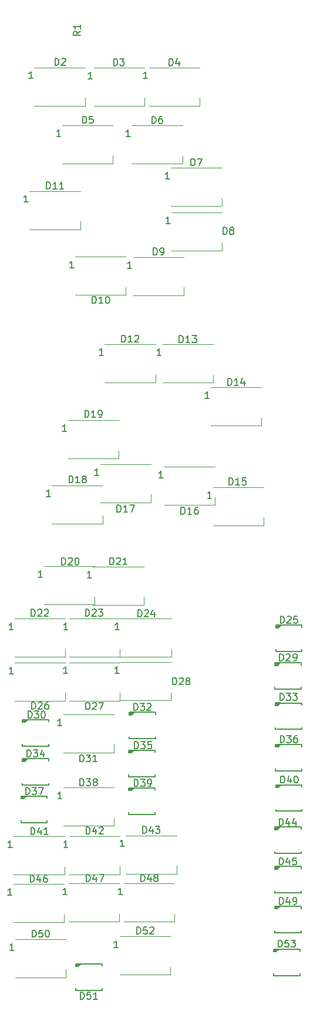
<source format=gbr>
%TF.GenerationSoftware,KiCad,Pcbnew,(5.1.6)-1*%
%TF.CreationDate,2020-11-25T11:49:15+11:00*%
%TF.ProjectId,SPIN RCV Panel PCB V1,5350494e-2052-4435-9620-50616e656c20,rev?*%
%TF.SameCoordinates,Original*%
%TF.FileFunction,Legend,Top*%
%TF.FilePolarity,Positive*%
%FSLAX46Y46*%
G04 Gerber Fmt 4.6, Leading zero omitted, Abs format (unit mm)*
G04 Created by KiCad (PCBNEW (5.1.6)-1) date 2020-11-25 11:49:15*
%MOMM*%
%LPD*%
G01*
G04 APERTURE LIST*
%ADD10C,0.127000*%
%ADD11C,0.120000*%
%ADD12C,0.150000*%
G04 APERTURE END LIST*
D10*
%TO.C,D45*%
X270058000Y-143002000D02*
X270058000Y-142702000D01*
X270058000Y-142702000D02*
X273858000Y-142702000D01*
X273858000Y-142702000D02*
X273858000Y-143002000D01*
X270058000Y-146202000D02*
X270058000Y-146502000D01*
X270058000Y-146502000D02*
X273858000Y-146502000D01*
X273858000Y-146502000D02*
X273858000Y-146202000D01*
G36*
X270053000Y-142697000D02*
G01*
X270053000Y-143078000D01*
X270434000Y-143078000D01*
X270815000Y-142697000D01*
X270053000Y-142697000D01*
G37*
X270053000Y-142697000D02*
X270053000Y-143078000D01*
X270434000Y-143078000D01*
X270815000Y-142697000D01*
X270053000Y-142697000D01*
%TO.C,D49*%
X270046000Y-148717000D02*
X270046000Y-148417000D01*
X270046000Y-148417000D02*
X273846000Y-148417000D01*
X273846000Y-148417000D02*
X273846000Y-148717000D01*
X270046000Y-151917000D02*
X270046000Y-152217000D01*
X270046000Y-152217000D02*
X273846000Y-152217000D01*
X273846000Y-152217000D02*
X273846000Y-151917000D01*
G36*
X270041000Y-148412000D02*
G01*
X270041000Y-148793000D01*
X270422000Y-148793000D01*
X270803000Y-148412000D01*
X270041000Y-148412000D01*
G37*
X270041000Y-148412000D02*
X270041000Y-148793000D01*
X270422000Y-148793000D01*
X270803000Y-148412000D01*
X270041000Y-148412000D01*
%TO.C,D53*%
X269908000Y-154875000D02*
X269908000Y-154575000D01*
X269908000Y-154575000D02*
X273708000Y-154575000D01*
X273708000Y-154575000D02*
X273708000Y-154875000D01*
X269908000Y-158075000D02*
X269908000Y-158375000D01*
X269908000Y-158375000D02*
X273708000Y-158375000D01*
X273708000Y-158375000D02*
X273708000Y-158075000D01*
G36*
X269903000Y-154570000D02*
G01*
X269903000Y-154951000D01*
X270284000Y-154951000D01*
X270665000Y-154570000D01*
X269903000Y-154570000D01*
G37*
X269903000Y-154570000D02*
X269903000Y-154951000D01*
X270284000Y-154951000D01*
X270665000Y-154570000D01*
X269903000Y-154570000D01*
%TO.C,D51*%
X241344000Y-156997000D02*
X241344000Y-156697000D01*
X241344000Y-156697000D02*
X245144000Y-156697000D01*
X245144000Y-156697000D02*
X245144000Y-156997000D01*
X241344000Y-160197000D02*
X241344000Y-160497000D01*
X241344000Y-160497000D02*
X245144000Y-160497000D01*
X245144000Y-160497000D02*
X245144000Y-160197000D01*
G36*
X241339000Y-156692000D02*
G01*
X241339000Y-157073000D01*
X241720000Y-157073000D01*
X242101000Y-156692000D01*
X241339000Y-156692000D01*
G37*
X241339000Y-156692000D02*
X241339000Y-157073000D01*
X241720000Y-157073000D01*
X242101000Y-156692000D01*
X241339000Y-156692000D01*
%TO.C,D44*%
X270072000Y-137312000D02*
X270072000Y-137012000D01*
X270072000Y-137012000D02*
X273872000Y-137012000D01*
X273872000Y-137012000D02*
X273872000Y-137312000D01*
X270072000Y-140512000D02*
X270072000Y-140812000D01*
X270072000Y-140812000D02*
X273872000Y-140812000D01*
X273872000Y-140812000D02*
X273872000Y-140512000D01*
G36*
X270067000Y-137007000D02*
G01*
X270067000Y-137388000D01*
X270448000Y-137388000D01*
X270829000Y-137007000D01*
X270067000Y-137007000D01*
G37*
X270067000Y-137007000D02*
X270067000Y-137388000D01*
X270448000Y-137388000D01*
X270829000Y-137007000D01*
X270067000Y-137007000D01*
%TO.C,D40*%
X270210000Y-131242000D02*
X270210000Y-130942000D01*
X270210000Y-130942000D02*
X274010000Y-130942000D01*
X274010000Y-130942000D02*
X274010000Y-131242000D01*
X270210000Y-134442000D02*
X270210000Y-134742000D01*
X270210000Y-134742000D02*
X274010000Y-134742000D01*
X274010000Y-134742000D02*
X274010000Y-134442000D01*
G36*
X270205000Y-130937000D02*
G01*
X270205000Y-131318000D01*
X270586000Y-131318000D01*
X270967000Y-130937000D01*
X270205000Y-130937000D01*
G37*
X270205000Y-130937000D02*
X270205000Y-131318000D01*
X270586000Y-131318000D01*
X270967000Y-130937000D01*
X270205000Y-130937000D01*
%TO.C,D39*%
X249004000Y-131685000D02*
X249004000Y-131385000D01*
X249004000Y-131385000D02*
X252804000Y-131385000D01*
X252804000Y-131385000D02*
X252804000Y-131685000D01*
X249004000Y-134885000D02*
X249004000Y-135185000D01*
X249004000Y-135185000D02*
X252804000Y-135185000D01*
X252804000Y-135185000D02*
X252804000Y-134885000D01*
G36*
X248999000Y-131380000D02*
G01*
X248999000Y-131761000D01*
X249380000Y-131761000D01*
X249761000Y-131380000D01*
X248999000Y-131380000D01*
G37*
X248999000Y-131380000D02*
X248999000Y-131761000D01*
X249380000Y-131761000D01*
X249761000Y-131380000D01*
X248999000Y-131380000D01*
%TO.C,D37*%
X233468000Y-132867000D02*
X233468000Y-132567000D01*
X233468000Y-132567000D02*
X237268000Y-132567000D01*
X237268000Y-132567000D02*
X237268000Y-132867000D01*
X233468000Y-136067000D02*
X233468000Y-136367000D01*
X233468000Y-136367000D02*
X237268000Y-136367000D01*
X237268000Y-136367000D02*
X237268000Y-136067000D01*
G36*
X233463000Y-132562000D02*
G01*
X233463000Y-132943000D01*
X233844000Y-132943000D01*
X234225000Y-132562000D01*
X233463000Y-132562000D01*
G37*
X233463000Y-132562000D02*
X233463000Y-132943000D01*
X233844000Y-132943000D01*
X234225000Y-132562000D01*
X233463000Y-132562000D01*
%TO.C,D36*%
X270187000Y-125437000D02*
X270187000Y-125137000D01*
X270187000Y-125137000D02*
X273987000Y-125137000D01*
X273987000Y-125137000D02*
X273987000Y-125437000D01*
X270187000Y-128637000D02*
X270187000Y-128937000D01*
X270187000Y-128937000D02*
X273987000Y-128937000D01*
X273987000Y-128937000D02*
X273987000Y-128637000D01*
G36*
X270182000Y-125132000D02*
G01*
X270182000Y-125513000D01*
X270563000Y-125513000D01*
X270944000Y-125132000D01*
X270182000Y-125132000D01*
G37*
X270182000Y-125132000D02*
X270182000Y-125513000D01*
X270563000Y-125513000D01*
X270944000Y-125132000D01*
X270182000Y-125132000D01*
%TO.C,D35*%
X249029000Y-126250000D02*
X249029000Y-125950000D01*
X249029000Y-125950000D02*
X252829000Y-125950000D01*
X252829000Y-125950000D02*
X252829000Y-126250000D01*
X249029000Y-129450000D02*
X249029000Y-129750000D01*
X249029000Y-129750000D02*
X252829000Y-129750000D01*
X252829000Y-129750000D02*
X252829000Y-129450000D01*
G36*
X249024000Y-125945000D02*
G01*
X249024000Y-126326000D01*
X249405000Y-126326000D01*
X249786000Y-125945000D01*
X249024000Y-125945000D01*
G37*
X249024000Y-125945000D02*
X249024000Y-126326000D01*
X249405000Y-126326000D01*
X249786000Y-125945000D01*
X249024000Y-125945000D01*
%TO.C,D34*%
X233673000Y-127483000D02*
X233673000Y-127183000D01*
X233673000Y-127183000D02*
X237473000Y-127183000D01*
X237473000Y-127183000D02*
X237473000Y-127483000D01*
X233673000Y-130683000D02*
X233673000Y-130983000D01*
X233673000Y-130983000D02*
X237473000Y-130983000D01*
X237473000Y-130983000D02*
X237473000Y-130683000D01*
G36*
X233668000Y-127178000D02*
G01*
X233668000Y-127559000D01*
X234049000Y-127559000D01*
X234430000Y-127178000D01*
X233668000Y-127178000D01*
G37*
X233668000Y-127178000D02*
X233668000Y-127559000D01*
X234049000Y-127559000D01*
X234430000Y-127178000D01*
X233668000Y-127178000D01*
%TO.C,D33*%
X270137000Y-119468000D02*
X270137000Y-119168000D01*
X270137000Y-119168000D02*
X273937000Y-119168000D01*
X273937000Y-119168000D02*
X273937000Y-119468000D01*
X270137000Y-122668000D02*
X270137000Y-122968000D01*
X270137000Y-122968000D02*
X273937000Y-122968000D01*
X273937000Y-122968000D02*
X273937000Y-122668000D01*
G36*
X270132000Y-119163000D02*
G01*
X270132000Y-119544000D01*
X270513000Y-119544000D01*
X270894000Y-119163000D01*
X270132000Y-119163000D01*
G37*
X270132000Y-119163000D02*
X270132000Y-119544000D01*
X270513000Y-119544000D01*
X270894000Y-119163000D01*
X270132000Y-119163000D01*
%TO.C,D32*%
X249055000Y-120814000D02*
X249055000Y-120514000D01*
X249055000Y-120514000D02*
X252855000Y-120514000D01*
X252855000Y-120514000D02*
X252855000Y-120814000D01*
X249055000Y-124014000D02*
X249055000Y-124314000D01*
X249055000Y-124314000D02*
X252855000Y-124314000D01*
X252855000Y-124314000D02*
X252855000Y-124014000D01*
G36*
X249050000Y-120509000D02*
G01*
X249050000Y-120890000D01*
X249431000Y-120890000D01*
X249812000Y-120509000D01*
X249050000Y-120509000D01*
G37*
X249050000Y-120509000D02*
X249050000Y-120890000D01*
X249431000Y-120890000D01*
X249812000Y-120509000D01*
X249050000Y-120509000D01*
%TO.C,D30*%
X233688000Y-121855000D02*
X233688000Y-121555000D01*
X233688000Y-121555000D02*
X237488000Y-121555000D01*
X237488000Y-121555000D02*
X237488000Y-121855000D01*
X233688000Y-125055000D02*
X233688000Y-125355000D01*
X233688000Y-125355000D02*
X237488000Y-125355000D01*
X237488000Y-125355000D02*
X237488000Y-125055000D01*
G36*
X233683000Y-121550000D02*
G01*
X233683000Y-121931000D01*
X234064000Y-121931000D01*
X234445000Y-121550000D01*
X233683000Y-121550000D01*
G37*
X233683000Y-121550000D02*
X233683000Y-121931000D01*
X234064000Y-121931000D01*
X234445000Y-121550000D01*
X233683000Y-121550000D01*
%TO.C,D29*%
X270106000Y-113677000D02*
X270106000Y-113377000D01*
X270106000Y-113377000D02*
X273906000Y-113377000D01*
X273906000Y-113377000D02*
X273906000Y-113677000D01*
X270106000Y-116877000D02*
X270106000Y-117177000D01*
X270106000Y-117177000D02*
X273906000Y-117177000D01*
X273906000Y-117177000D02*
X273906000Y-116877000D01*
G36*
X270101000Y-113372000D02*
G01*
X270101000Y-113753000D01*
X270482000Y-113753000D01*
X270863000Y-113372000D01*
X270101000Y-113372000D01*
G37*
X270101000Y-113372000D02*
X270101000Y-113753000D01*
X270482000Y-113753000D01*
X270863000Y-113372000D01*
X270101000Y-113372000D01*
%TO.C,D25*%
X270210000Y-108255000D02*
X270210000Y-107955000D01*
X270210000Y-107955000D02*
X274010000Y-107955000D01*
X274010000Y-107955000D02*
X274010000Y-108255000D01*
X270210000Y-111455000D02*
X270210000Y-111755000D01*
X270210000Y-111755000D02*
X274010000Y-111755000D01*
X274010000Y-111755000D02*
X274010000Y-111455000D01*
G36*
X270205000Y-107950000D02*
G01*
X270205000Y-108331000D01*
X270586000Y-108331000D01*
X270967000Y-107950000D01*
X270205000Y-107950000D01*
G37*
X270205000Y-107950000D02*
X270205000Y-108331000D01*
X270586000Y-108331000D01*
X270967000Y-107950000D01*
X270205000Y-107950000D01*
D11*
%TO.C,D52*%
X254997000Y-158274000D02*
X254997000Y-157124000D01*
X247697000Y-158274000D02*
X254997000Y-158274000D01*
X247697000Y-152774000D02*
X254997000Y-152774000D01*
%TO.C,D50*%
X239958000Y-158655000D02*
X239958000Y-157505000D01*
X232658000Y-158655000D02*
X239958000Y-158655000D01*
X232658000Y-153155000D02*
X239958000Y-153155000D01*
%TO.C,D48*%
X255632000Y-150654000D02*
X255632000Y-149504000D01*
X248332000Y-150654000D02*
X255632000Y-150654000D01*
X248332000Y-145154000D02*
X255632000Y-145154000D01*
%TO.C,D47*%
X247631000Y-150654000D02*
X247631000Y-149504000D01*
X240331000Y-150654000D02*
X247631000Y-150654000D01*
X240331000Y-145154000D02*
X247631000Y-145154000D01*
%TO.C,D46*%
X239678000Y-150731000D02*
X239678000Y-149581000D01*
X232378000Y-150731000D02*
X239678000Y-150731000D01*
X232378000Y-145231000D02*
X239678000Y-145231000D01*
%TO.C,D43*%
X255897000Y-143720000D02*
X255897000Y-142570000D01*
X248597000Y-143720000D02*
X255897000Y-143720000D01*
X248597000Y-138220000D02*
X255897000Y-138220000D01*
%TO.C,D42*%
X247730000Y-143821000D02*
X247730000Y-142671000D01*
X240430000Y-143821000D02*
X247730000Y-143821000D01*
X240430000Y-138321000D02*
X247730000Y-138321000D01*
%TO.C,D41*%
X239731000Y-143872000D02*
X239731000Y-142722000D01*
X232431000Y-143872000D02*
X239731000Y-143872000D01*
X232431000Y-138372000D02*
X239731000Y-138372000D01*
%TO.C,D38*%
X246894000Y-136837000D02*
X246894000Y-135687000D01*
X239594000Y-136837000D02*
X246894000Y-136837000D01*
X239594000Y-131337000D02*
X246894000Y-131337000D01*
%TO.C,D31*%
X246869000Y-126321000D02*
X246869000Y-125171000D01*
X239569000Y-126321000D02*
X246869000Y-126321000D01*
X239569000Y-120821000D02*
X246869000Y-120821000D01*
%TO.C,D28*%
X255124000Y-118803000D02*
X255124000Y-117653000D01*
X247824000Y-118803000D02*
X255124000Y-118803000D01*
X247824000Y-113303000D02*
X255124000Y-113303000D01*
%TO.C,D27*%
X247707000Y-118828000D02*
X247707000Y-117678000D01*
X240407000Y-118828000D02*
X247707000Y-118828000D01*
X240407000Y-113328000D02*
X247707000Y-113328000D01*
%TO.C,D26*%
X239884000Y-118853000D02*
X239884000Y-117703000D01*
X232584000Y-118853000D02*
X239884000Y-118853000D01*
X232584000Y-113353000D02*
X239884000Y-113353000D01*
%TO.C,D24*%
X255149000Y-112529000D02*
X255149000Y-111379000D01*
X247849000Y-112529000D02*
X255149000Y-112529000D01*
X247849000Y-107029000D02*
X255149000Y-107029000D01*
%TO.C,D23*%
X247744000Y-112529000D02*
X247744000Y-111379000D01*
X240444000Y-112529000D02*
X247744000Y-112529000D01*
X240444000Y-107029000D02*
X247744000Y-107029000D01*
%TO.C,D22*%
X239858000Y-112529000D02*
X239858000Y-111379000D01*
X232558000Y-112529000D02*
X239858000Y-112529000D01*
X232558000Y-107029000D02*
X239858000Y-107029000D01*
%TO.C,D21*%
X251161000Y-105061000D02*
X251161000Y-103911000D01*
X243861000Y-105061000D02*
X251161000Y-105061000D01*
X243861000Y-99561000D02*
X251161000Y-99561000D01*
%TO.C,D20*%
X244075000Y-105010000D02*
X244075000Y-103860000D01*
X236775000Y-105010000D02*
X244075000Y-105010000D01*
X236775000Y-99510000D02*
X244075000Y-99510000D01*
%TO.C,D19*%
X247552000Y-84004400D02*
X247552000Y-82854400D01*
X240252000Y-84004400D02*
X247552000Y-84004400D01*
X240252000Y-78504400D02*
X247552000Y-78504400D01*
%TO.C,D18*%
X245243000Y-93377000D02*
X245243000Y-92227000D01*
X237943000Y-93377000D02*
X245243000Y-93377000D01*
X237943000Y-87877000D02*
X245243000Y-87877000D01*
%TO.C,D17*%
X252203000Y-90329000D02*
X252203000Y-89179000D01*
X244903000Y-90329000D02*
X252203000Y-90329000D01*
X244903000Y-84829000D02*
X252203000Y-84829000D01*
%TO.C,D16*%
X261474000Y-90684600D02*
X261474000Y-89534600D01*
X254174000Y-90684600D02*
X261474000Y-90684600D01*
X254174000Y-85184600D02*
X261474000Y-85184600D01*
%TO.C,D15*%
X268484000Y-93605600D02*
X268484000Y-92455600D01*
X261184000Y-93605600D02*
X268484000Y-93605600D01*
X261184000Y-88105600D02*
X268484000Y-88105600D01*
%TO.C,D14*%
X268129000Y-79254600D02*
X268129000Y-78104600D01*
X260829000Y-79254600D02*
X268129000Y-79254600D01*
X260829000Y-73754600D02*
X268129000Y-73754600D01*
%TO.C,D13*%
X261194000Y-73082400D02*
X261194000Y-71932400D01*
X253894000Y-73082400D02*
X261194000Y-73082400D01*
X253894000Y-67582400D02*
X261194000Y-67582400D01*
%TO.C,D12*%
X252863000Y-73057000D02*
X252863000Y-71907000D01*
X245563000Y-73057000D02*
X252863000Y-73057000D01*
X245563000Y-67557000D02*
X252863000Y-67557000D01*
%TO.C,D11*%
X242017000Y-51009800D02*
X242017000Y-49859800D01*
X234717000Y-51009800D02*
X242017000Y-51009800D01*
X234717000Y-45509800D02*
X242017000Y-45509800D01*
%TO.C,D10*%
X248594000Y-60484000D02*
X248594000Y-59334000D01*
X241294000Y-60484000D02*
X248594000Y-60484000D01*
X241294000Y-54984000D02*
X248594000Y-54984000D01*
%TO.C,D9*%
X256953000Y-60509800D02*
X256953000Y-59359800D01*
X249653000Y-60509800D02*
X256953000Y-60509800D01*
X249653000Y-55009800D02*
X256953000Y-55009800D01*
%TO.C,D8*%
X262488000Y-54083600D02*
X262488000Y-52933600D01*
X255188000Y-54083600D02*
X262488000Y-54083600D01*
X255188000Y-48583600D02*
X262488000Y-48583600D01*
%TO.C,D7*%
X262425000Y-47682600D02*
X262425000Y-46532600D01*
X255125000Y-47682600D02*
X262425000Y-47682600D01*
X255125000Y-42182600D02*
X262425000Y-42182600D01*
%TO.C,D6*%
X256749000Y-41586800D02*
X256749000Y-40436800D01*
X249449000Y-41586800D02*
X256749000Y-41586800D01*
X249449000Y-36086800D02*
X256749000Y-36086800D01*
%TO.C,D5*%
X246716000Y-41535600D02*
X246716000Y-40385600D01*
X239416000Y-41535600D02*
X246716000Y-41535600D01*
X239416000Y-36035600D02*
X246716000Y-36035600D01*
%TO.C,D4*%
X259239000Y-33230200D02*
X259239000Y-32080200D01*
X251939000Y-33230200D02*
X259239000Y-33230200D01*
X251939000Y-27730200D02*
X259239000Y-27730200D01*
%TO.C,D3*%
X251261000Y-33255600D02*
X251261000Y-32105600D01*
X243961000Y-33255600D02*
X251261000Y-33255600D01*
X243961000Y-27755600D02*
X251261000Y-27755600D01*
%TO.C,D2*%
X242701000Y-33229800D02*
X242701000Y-32079800D01*
X235401000Y-33229800D02*
X242701000Y-33229800D01*
X235401000Y-27729800D02*
X242701000Y-27729800D01*
%TO.C,D45*%
D12*
X270743514Y-142438380D02*
X270743514Y-141438380D01*
X270981609Y-141438380D01*
X271124466Y-141486000D01*
X271219704Y-141581238D01*
X271267323Y-141676476D01*
X271314942Y-141866952D01*
X271314942Y-142009809D01*
X271267323Y-142200285D01*
X271219704Y-142295523D01*
X271124466Y-142390761D01*
X270981609Y-142438380D01*
X270743514Y-142438380D01*
X272172085Y-141771714D02*
X272172085Y-142438380D01*
X271933990Y-141390761D02*
X271695895Y-142105047D01*
X272314942Y-142105047D01*
X273172085Y-141438380D02*
X272695895Y-141438380D01*
X272648276Y-141914571D01*
X272695895Y-141866952D01*
X272791133Y-141819333D01*
X273029228Y-141819333D01*
X273124466Y-141866952D01*
X273172085Y-141914571D01*
X273219704Y-142009809D01*
X273219704Y-142247904D01*
X273172085Y-142343142D01*
X273124466Y-142390761D01*
X273029228Y-142438380D01*
X272791133Y-142438380D01*
X272695895Y-142390761D01*
X272648276Y-142343142D01*
%TO.C,D49*%
X270768914Y-148153380D02*
X270768914Y-147153380D01*
X271007009Y-147153380D01*
X271149866Y-147201000D01*
X271245104Y-147296238D01*
X271292723Y-147391476D01*
X271340342Y-147581952D01*
X271340342Y-147724809D01*
X271292723Y-147915285D01*
X271245104Y-148010523D01*
X271149866Y-148105761D01*
X271007009Y-148153380D01*
X270768914Y-148153380D01*
X272197485Y-147486714D02*
X272197485Y-148153380D01*
X271959390Y-147105761D02*
X271721295Y-147820047D01*
X272340342Y-147820047D01*
X272768914Y-148153380D02*
X272959390Y-148153380D01*
X273054628Y-148105761D01*
X273102247Y-148058142D01*
X273197485Y-147915285D01*
X273245104Y-147724809D01*
X273245104Y-147343857D01*
X273197485Y-147248619D01*
X273149866Y-147201000D01*
X273054628Y-147153380D01*
X272864152Y-147153380D01*
X272768914Y-147201000D01*
X272721295Y-147248619D01*
X272673676Y-147343857D01*
X272673676Y-147581952D01*
X272721295Y-147677190D01*
X272768914Y-147724809D01*
X272864152Y-147772428D01*
X273054628Y-147772428D01*
X273149866Y-147724809D01*
X273197485Y-147677190D01*
X273245104Y-147581952D01*
%TO.C,D53*%
X270565714Y-154300180D02*
X270565714Y-153300180D01*
X270803809Y-153300180D01*
X270946666Y-153347800D01*
X271041904Y-153443038D01*
X271089523Y-153538276D01*
X271137142Y-153728752D01*
X271137142Y-153871609D01*
X271089523Y-154062085D01*
X271041904Y-154157323D01*
X270946666Y-154252561D01*
X270803809Y-154300180D01*
X270565714Y-154300180D01*
X272041904Y-153300180D02*
X271565714Y-153300180D01*
X271518095Y-153776371D01*
X271565714Y-153728752D01*
X271660952Y-153681133D01*
X271899047Y-153681133D01*
X271994285Y-153728752D01*
X272041904Y-153776371D01*
X272089523Y-153871609D01*
X272089523Y-154109704D01*
X272041904Y-154204942D01*
X271994285Y-154252561D01*
X271899047Y-154300180D01*
X271660952Y-154300180D01*
X271565714Y-154252561D01*
X271518095Y-154204942D01*
X272422857Y-153300180D02*
X273041904Y-153300180D01*
X272708571Y-153681133D01*
X272851428Y-153681133D01*
X272946666Y-153728752D01*
X272994285Y-153776371D01*
X273041904Y-153871609D01*
X273041904Y-154109704D01*
X272994285Y-154204942D01*
X272946666Y-154252561D01*
X272851428Y-154300180D01*
X272565714Y-154300180D01*
X272470476Y-154252561D01*
X272422857Y-154204942D01*
%TO.C,D51*%
X242041514Y-161767780D02*
X242041514Y-160767780D01*
X242279609Y-160767780D01*
X242422466Y-160815400D01*
X242517704Y-160910638D01*
X242565323Y-161005876D01*
X242612942Y-161196352D01*
X242612942Y-161339209D01*
X242565323Y-161529685D01*
X242517704Y-161624923D01*
X242422466Y-161720161D01*
X242279609Y-161767780D01*
X242041514Y-161767780D01*
X243517704Y-160767780D02*
X243041514Y-160767780D01*
X242993895Y-161243971D01*
X243041514Y-161196352D01*
X243136752Y-161148733D01*
X243374847Y-161148733D01*
X243470085Y-161196352D01*
X243517704Y-161243971D01*
X243565323Y-161339209D01*
X243565323Y-161577304D01*
X243517704Y-161672542D01*
X243470085Y-161720161D01*
X243374847Y-161767780D01*
X243136752Y-161767780D01*
X243041514Y-161720161D01*
X242993895Y-161672542D01*
X244517704Y-161767780D02*
X243946276Y-161767780D01*
X244231990Y-161767780D02*
X244231990Y-160767780D01*
X244136752Y-160910638D01*
X244041514Y-161005876D01*
X243946276Y-161053495D01*
%TO.C,D44*%
X270718114Y-136798980D02*
X270718114Y-135798980D01*
X270956209Y-135798980D01*
X271099066Y-135846600D01*
X271194304Y-135941838D01*
X271241923Y-136037076D01*
X271289542Y-136227552D01*
X271289542Y-136370409D01*
X271241923Y-136560885D01*
X271194304Y-136656123D01*
X271099066Y-136751361D01*
X270956209Y-136798980D01*
X270718114Y-136798980D01*
X272146685Y-136132314D02*
X272146685Y-136798980D01*
X271908590Y-135751361D02*
X271670495Y-136465647D01*
X272289542Y-136465647D01*
X273099066Y-136132314D02*
X273099066Y-136798980D01*
X272860971Y-135751361D02*
X272622876Y-136465647D01*
X273241923Y-136465647D01*
%TO.C,D40*%
X270946714Y-130678180D02*
X270946714Y-129678180D01*
X271184809Y-129678180D01*
X271327666Y-129725800D01*
X271422904Y-129821038D01*
X271470523Y-129916276D01*
X271518142Y-130106752D01*
X271518142Y-130249609D01*
X271470523Y-130440085D01*
X271422904Y-130535323D01*
X271327666Y-130630561D01*
X271184809Y-130678180D01*
X270946714Y-130678180D01*
X272375285Y-130011514D02*
X272375285Y-130678180D01*
X272137190Y-129630561D02*
X271899095Y-130344847D01*
X272518142Y-130344847D01*
X273089571Y-129678180D02*
X273184809Y-129678180D01*
X273280047Y-129725800D01*
X273327666Y-129773419D01*
X273375285Y-129868657D01*
X273422904Y-130059133D01*
X273422904Y-130297228D01*
X273375285Y-130487704D01*
X273327666Y-130582942D01*
X273280047Y-130630561D01*
X273184809Y-130678180D01*
X273089571Y-130678180D01*
X272994333Y-130630561D01*
X272946714Y-130582942D01*
X272899095Y-130487704D01*
X272851476Y-130297228D01*
X272851476Y-130059133D01*
X272899095Y-129868657D01*
X272946714Y-129773419D01*
X272994333Y-129725800D01*
X273089571Y-129678180D01*
%TO.C,D39*%
X249816714Y-131171980D02*
X249816714Y-130171980D01*
X250054809Y-130171980D01*
X250197666Y-130219600D01*
X250292904Y-130314838D01*
X250340523Y-130410076D01*
X250388142Y-130600552D01*
X250388142Y-130743409D01*
X250340523Y-130933885D01*
X250292904Y-131029123D01*
X250197666Y-131124361D01*
X250054809Y-131171980D01*
X249816714Y-131171980D01*
X250721476Y-130171980D02*
X251340523Y-130171980D01*
X251007190Y-130552933D01*
X251150047Y-130552933D01*
X251245285Y-130600552D01*
X251292904Y-130648171D01*
X251340523Y-130743409D01*
X251340523Y-130981504D01*
X251292904Y-131076742D01*
X251245285Y-131124361D01*
X251150047Y-131171980D01*
X250864333Y-131171980D01*
X250769095Y-131124361D01*
X250721476Y-131076742D01*
X251816714Y-131171980D02*
X252007190Y-131171980D01*
X252102428Y-131124361D01*
X252150047Y-131076742D01*
X252245285Y-130933885D01*
X252292904Y-130743409D01*
X252292904Y-130362457D01*
X252245285Y-130267219D01*
X252197666Y-130219600D01*
X252102428Y-130171980D01*
X251911952Y-130171980D01*
X251816714Y-130219600D01*
X251769095Y-130267219D01*
X251721476Y-130362457D01*
X251721476Y-130600552D01*
X251769095Y-130695790D01*
X251816714Y-130743409D01*
X251911952Y-130791028D01*
X252102428Y-130791028D01*
X252197666Y-130743409D01*
X252245285Y-130695790D01*
X252292904Y-130600552D01*
%TO.C,D37*%
X234167514Y-132329180D02*
X234167514Y-131329180D01*
X234405609Y-131329180D01*
X234548466Y-131376800D01*
X234643704Y-131472038D01*
X234691323Y-131567276D01*
X234738942Y-131757752D01*
X234738942Y-131900609D01*
X234691323Y-132091085D01*
X234643704Y-132186323D01*
X234548466Y-132281561D01*
X234405609Y-132329180D01*
X234167514Y-132329180D01*
X235072276Y-131329180D02*
X235691323Y-131329180D01*
X235357990Y-131710133D01*
X235500847Y-131710133D01*
X235596085Y-131757752D01*
X235643704Y-131805371D01*
X235691323Y-131900609D01*
X235691323Y-132138704D01*
X235643704Y-132233942D01*
X235596085Y-132281561D01*
X235500847Y-132329180D01*
X235215133Y-132329180D01*
X235119895Y-132281561D01*
X235072276Y-132233942D01*
X236024657Y-131329180D02*
X236691323Y-131329180D01*
X236262752Y-132329180D01*
%TO.C,D36*%
X270895914Y-124861580D02*
X270895914Y-123861580D01*
X271134009Y-123861580D01*
X271276866Y-123909200D01*
X271372104Y-124004438D01*
X271419723Y-124099676D01*
X271467342Y-124290152D01*
X271467342Y-124433009D01*
X271419723Y-124623485D01*
X271372104Y-124718723D01*
X271276866Y-124813961D01*
X271134009Y-124861580D01*
X270895914Y-124861580D01*
X271800676Y-123861580D02*
X272419723Y-123861580D01*
X272086390Y-124242533D01*
X272229247Y-124242533D01*
X272324485Y-124290152D01*
X272372104Y-124337771D01*
X272419723Y-124433009D01*
X272419723Y-124671104D01*
X272372104Y-124766342D01*
X272324485Y-124813961D01*
X272229247Y-124861580D01*
X271943533Y-124861580D01*
X271848295Y-124813961D01*
X271800676Y-124766342D01*
X273276866Y-123861580D02*
X273086390Y-123861580D01*
X272991152Y-123909200D01*
X272943533Y-123956819D01*
X272848295Y-124099676D01*
X272800676Y-124290152D01*
X272800676Y-124671104D01*
X272848295Y-124766342D01*
X272895914Y-124813961D01*
X272991152Y-124861580D01*
X273181628Y-124861580D01*
X273276866Y-124813961D01*
X273324485Y-124766342D01*
X273372104Y-124671104D01*
X273372104Y-124433009D01*
X273324485Y-124337771D01*
X273276866Y-124290152D01*
X273181628Y-124242533D01*
X272991152Y-124242533D01*
X272895914Y-124290152D01*
X272848295Y-124337771D01*
X272800676Y-124433009D01*
%TO.C,D35*%
X249841714Y-125736980D02*
X249841714Y-124736980D01*
X250079809Y-124736980D01*
X250222666Y-124784600D01*
X250317904Y-124879838D01*
X250365523Y-124975076D01*
X250413142Y-125165552D01*
X250413142Y-125308409D01*
X250365523Y-125498885D01*
X250317904Y-125594123D01*
X250222666Y-125689361D01*
X250079809Y-125736980D01*
X249841714Y-125736980D01*
X250746476Y-124736980D02*
X251365523Y-124736980D01*
X251032190Y-125117933D01*
X251175047Y-125117933D01*
X251270285Y-125165552D01*
X251317904Y-125213171D01*
X251365523Y-125308409D01*
X251365523Y-125546504D01*
X251317904Y-125641742D01*
X251270285Y-125689361D01*
X251175047Y-125736980D01*
X250889333Y-125736980D01*
X250794095Y-125689361D01*
X250746476Y-125641742D01*
X252270285Y-124736980D02*
X251794095Y-124736980D01*
X251746476Y-125213171D01*
X251794095Y-125165552D01*
X251889333Y-125117933D01*
X252127428Y-125117933D01*
X252222666Y-125165552D01*
X252270285Y-125213171D01*
X252317904Y-125308409D01*
X252317904Y-125546504D01*
X252270285Y-125641742D01*
X252222666Y-125689361D01*
X252127428Y-125736980D01*
X251889333Y-125736980D01*
X251794095Y-125689361D01*
X251746476Y-125641742D01*
%TO.C,D34*%
X234370714Y-126918980D02*
X234370714Y-125918980D01*
X234608809Y-125918980D01*
X234751666Y-125966600D01*
X234846904Y-126061838D01*
X234894523Y-126157076D01*
X234942142Y-126347552D01*
X234942142Y-126490409D01*
X234894523Y-126680885D01*
X234846904Y-126776123D01*
X234751666Y-126871361D01*
X234608809Y-126918980D01*
X234370714Y-126918980D01*
X235275476Y-125918980D02*
X235894523Y-125918980D01*
X235561190Y-126299933D01*
X235704047Y-126299933D01*
X235799285Y-126347552D01*
X235846904Y-126395171D01*
X235894523Y-126490409D01*
X235894523Y-126728504D01*
X235846904Y-126823742D01*
X235799285Y-126871361D01*
X235704047Y-126918980D01*
X235418333Y-126918980D01*
X235323095Y-126871361D01*
X235275476Y-126823742D01*
X236751666Y-126252314D02*
X236751666Y-126918980D01*
X236513571Y-125871361D02*
X236275476Y-126585647D01*
X236894523Y-126585647D01*
%TO.C,D33*%
X270819714Y-118765580D02*
X270819714Y-117765580D01*
X271057809Y-117765580D01*
X271200666Y-117813200D01*
X271295904Y-117908438D01*
X271343523Y-118003676D01*
X271391142Y-118194152D01*
X271391142Y-118337009D01*
X271343523Y-118527485D01*
X271295904Y-118622723D01*
X271200666Y-118717961D01*
X271057809Y-118765580D01*
X270819714Y-118765580D01*
X271724476Y-117765580D02*
X272343523Y-117765580D01*
X272010190Y-118146533D01*
X272153047Y-118146533D01*
X272248285Y-118194152D01*
X272295904Y-118241771D01*
X272343523Y-118337009D01*
X272343523Y-118575104D01*
X272295904Y-118670342D01*
X272248285Y-118717961D01*
X272153047Y-118765580D01*
X271867333Y-118765580D01*
X271772095Y-118717961D01*
X271724476Y-118670342D01*
X272676857Y-117765580D02*
X273295904Y-117765580D01*
X272962571Y-118146533D01*
X273105428Y-118146533D01*
X273200666Y-118194152D01*
X273248285Y-118241771D01*
X273295904Y-118337009D01*
X273295904Y-118575104D01*
X273248285Y-118670342D01*
X273200666Y-118717961D01*
X273105428Y-118765580D01*
X272819714Y-118765580D01*
X272724476Y-118717961D01*
X272676857Y-118670342D01*
%TO.C,D32*%
X249763114Y-120213380D02*
X249763114Y-119213380D01*
X250001209Y-119213380D01*
X250144066Y-119261000D01*
X250239304Y-119356238D01*
X250286923Y-119451476D01*
X250334542Y-119641952D01*
X250334542Y-119784809D01*
X250286923Y-119975285D01*
X250239304Y-120070523D01*
X250144066Y-120165761D01*
X250001209Y-120213380D01*
X249763114Y-120213380D01*
X250667876Y-119213380D02*
X251286923Y-119213380D01*
X250953590Y-119594333D01*
X251096447Y-119594333D01*
X251191685Y-119641952D01*
X251239304Y-119689571D01*
X251286923Y-119784809D01*
X251286923Y-120022904D01*
X251239304Y-120118142D01*
X251191685Y-120165761D01*
X251096447Y-120213380D01*
X250810733Y-120213380D01*
X250715495Y-120165761D01*
X250667876Y-120118142D01*
X251667876Y-119308619D02*
X251715495Y-119261000D01*
X251810733Y-119213380D01*
X252048828Y-119213380D01*
X252144066Y-119261000D01*
X252191685Y-119308619D01*
X252239304Y-119403857D01*
X252239304Y-119499095D01*
X252191685Y-119641952D01*
X251620257Y-120213380D01*
X252239304Y-120213380D01*
%TO.C,D30*%
X234500714Y-121341980D02*
X234500714Y-120341980D01*
X234738809Y-120341980D01*
X234881666Y-120389600D01*
X234976904Y-120484838D01*
X235024523Y-120580076D01*
X235072142Y-120770552D01*
X235072142Y-120913409D01*
X235024523Y-121103885D01*
X234976904Y-121199123D01*
X234881666Y-121294361D01*
X234738809Y-121341980D01*
X234500714Y-121341980D01*
X235405476Y-120341980D02*
X236024523Y-120341980D01*
X235691190Y-120722933D01*
X235834047Y-120722933D01*
X235929285Y-120770552D01*
X235976904Y-120818171D01*
X236024523Y-120913409D01*
X236024523Y-121151504D01*
X235976904Y-121246742D01*
X235929285Y-121294361D01*
X235834047Y-121341980D01*
X235548333Y-121341980D01*
X235453095Y-121294361D01*
X235405476Y-121246742D01*
X236643571Y-120341980D02*
X236738809Y-120341980D01*
X236834047Y-120389600D01*
X236881666Y-120437219D01*
X236929285Y-120532457D01*
X236976904Y-120722933D01*
X236976904Y-120961028D01*
X236929285Y-121151504D01*
X236881666Y-121246742D01*
X236834047Y-121294361D01*
X236738809Y-121341980D01*
X236643571Y-121341980D01*
X236548333Y-121294361D01*
X236500714Y-121246742D01*
X236453095Y-121151504D01*
X236405476Y-120961028D01*
X236405476Y-120722933D01*
X236453095Y-120532457D01*
X236500714Y-120437219D01*
X236548333Y-120389600D01*
X236643571Y-120341980D01*
%TO.C,D29*%
X270794314Y-113101380D02*
X270794314Y-112101380D01*
X271032409Y-112101380D01*
X271175266Y-112149000D01*
X271270504Y-112244238D01*
X271318123Y-112339476D01*
X271365742Y-112529952D01*
X271365742Y-112672809D01*
X271318123Y-112863285D01*
X271270504Y-112958523D01*
X271175266Y-113053761D01*
X271032409Y-113101380D01*
X270794314Y-113101380D01*
X271746695Y-112196619D02*
X271794314Y-112149000D01*
X271889552Y-112101380D01*
X272127647Y-112101380D01*
X272222885Y-112149000D01*
X272270504Y-112196619D01*
X272318123Y-112291857D01*
X272318123Y-112387095D01*
X272270504Y-112529952D01*
X271699076Y-113101380D01*
X272318123Y-113101380D01*
X272794314Y-113101380D02*
X272984790Y-113101380D01*
X273080028Y-113053761D01*
X273127647Y-113006142D01*
X273222885Y-112863285D01*
X273270504Y-112672809D01*
X273270504Y-112291857D01*
X273222885Y-112196619D01*
X273175266Y-112149000D01*
X273080028Y-112101380D01*
X272889552Y-112101380D01*
X272794314Y-112149000D01*
X272746695Y-112196619D01*
X272699076Y-112291857D01*
X272699076Y-112529952D01*
X272746695Y-112625190D01*
X272794314Y-112672809D01*
X272889552Y-112720428D01*
X273080028Y-112720428D01*
X273175266Y-112672809D01*
X273222885Y-112625190D01*
X273270504Y-112529952D01*
%TO.C,D25*%
X270895914Y-107691180D02*
X270895914Y-106691180D01*
X271134009Y-106691180D01*
X271276866Y-106738800D01*
X271372104Y-106834038D01*
X271419723Y-106929276D01*
X271467342Y-107119752D01*
X271467342Y-107262609D01*
X271419723Y-107453085D01*
X271372104Y-107548323D01*
X271276866Y-107643561D01*
X271134009Y-107691180D01*
X270895914Y-107691180D01*
X271848295Y-106786419D02*
X271895914Y-106738800D01*
X271991152Y-106691180D01*
X272229247Y-106691180D01*
X272324485Y-106738800D01*
X272372104Y-106786419D01*
X272419723Y-106881657D01*
X272419723Y-106976895D01*
X272372104Y-107119752D01*
X271800676Y-107691180D01*
X272419723Y-107691180D01*
X273324485Y-106691180D02*
X272848295Y-106691180D01*
X272800676Y-107167371D01*
X272848295Y-107119752D01*
X272943533Y-107072133D01*
X273181628Y-107072133D01*
X273276866Y-107119752D01*
X273324485Y-107167371D01*
X273372104Y-107262609D01*
X273372104Y-107500704D01*
X273324485Y-107595942D01*
X273276866Y-107643561D01*
X273181628Y-107691180D01*
X272943533Y-107691180D01*
X272848295Y-107643561D01*
X272800676Y-107595942D01*
%TO.C,D52*%
X250169714Y-152395180D02*
X250169714Y-151395180D01*
X250407809Y-151395180D01*
X250550666Y-151442800D01*
X250645904Y-151538038D01*
X250693523Y-151633276D01*
X250741142Y-151823752D01*
X250741142Y-151966609D01*
X250693523Y-152157085D01*
X250645904Y-152252323D01*
X250550666Y-152347561D01*
X250407809Y-152395180D01*
X250169714Y-152395180D01*
X251645904Y-151395180D02*
X251169714Y-151395180D01*
X251122095Y-151871371D01*
X251169714Y-151823752D01*
X251264952Y-151776133D01*
X251503047Y-151776133D01*
X251598285Y-151823752D01*
X251645904Y-151871371D01*
X251693523Y-151966609D01*
X251693523Y-152204704D01*
X251645904Y-152299942D01*
X251598285Y-152347561D01*
X251503047Y-152395180D01*
X251264952Y-152395180D01*
X251169714Y-152347561D01*
X251122095Y-152299942D01*
X252074476Y-151490419D02*
X252122095Y-151442800D01*
X252217333Y-151395180D01*
X252455428Y-151395180D01*
X252550666Y-151442800D01*
X252598285Y-151490419D01*
X252645904Y-151585657D01*
X252645904Y-151680895D01*
X252598285Y-151823752D01*
X252026857Y-152395180D01*
X252645904Y-152395180D01*
X247482714Y-154376380D02*
X246911285Y-154376380D01*
X247197000Y-154376380D02*
X247197000Y-153376380D01*
X247101761Y-153519238D01*
X247006523Y-153614476D01*
X246911285Y-153662095D01*
%TO.C,D50*%
X235093714Y-152857380D02*
X235093714Y-151857380D01*
X235331809Y-151857380D01*
X235474666Y-151905000D01*
X235569904Y-152000238D01*
X235617523Y-152095476D01*
X235665142Y-152285952D01*
X235665142Y-152428809D01*
X235617523Y-152619285D01*
X235569904Y-152714523D01*
X235474666Y-152809761D01*
X235331809Y-152857380D01*
X235093714Y-152857380D01*
X236569904Y-151857380D02*
X236093714Y-151857380D01*
X236046095Y-152333571D01*
X236093714Y-152285952D01*
X236188952Y-152238333D01*
X236427047Y-152238333D01*
X236522285Y-152285952D01*
X236569904Y-152333571D01*
X236617523Y-152428809D01*
X236617523Y-152666904D01*
X236569904Y-152762142D01*
X236522285Y-152809761D01*
X236427047Y-152857380D01*
X236188952Y-152857380D01*
X236093714Y-152809761D01*
X236046095Y-152762142D01*
X237236571Y-151857380D02*
X237331809Y-151857380D01*
X237427047Y-151905000D01*
X237474666Y-151952619D01*
X237522285Y-152047857D01*
X237569904Y-152238333D01*
X237569904Y-152476428D01*
X237522285Y-152666904D01*
X237474666Y-152762142D01*
X237427047Y-152809761D01*
X237331809Y-152857380D01*
X237236571Y-152857380D01*
X237141333Y-152809761D01*
X237093714Y-152762142D01*
X237046095Y-152666904D01*
X236998476Y-152476428D01*
X236998476Y-152238333D01*
X237046095Y-152047857D01*
X237093714Y-151952619D01*
X237141333Y-151905000D01*
X237236571Y-151857380D01*
X232443714Y-154757380D02*
X231872285Y-154757380D01*
X232158000Y-154757380D02*
X232158000Y-153757380D01*
X232062761Y-153900238D01*
X231967523Y-153995476D01*
X231872285Y-154043095D01*
%TO.C,D48*%
X250767714Y-144856380D02*
X250767714Y-143856380D01*
X251005809Y-143856380D01*
X251148666Y-143904000D01*
X251243904Y-143999238D01*
X251291523Y-144094476D01*
X251339142Y-144284952D01*
X251339142Y-144427809D01*
X251291523Y-144618285D01*
X251243904Y-144713523D01*
X251148666Y-144808761D01*
X251005809Y-144856380D01*
X250767714Y-144856380D01*
X252196285Y-144189714D02*
X252196285Y-144856380D01*
X251958190Y-143808761D02*
X251720095Y-144523047D01*
X252339142Y-144523047D01*
X252862952Y-144284952D02*
X252767714Y-144237333D01*
X252720095Y-144189714D01*
X252672476Y-144094476D01*
X252672476Y-144046857D01*
X252720095Y-143951619D01*
X252767714Y-143904000D01*
X252862952Y-143856380D01*
X253053428Y-143856380D01*
X253148666Y-143904000D01*
X253196285Y-143951619D01*
X253243904Y-144046857D01*
X253243904Y-144094476D01*
X253196285Y-144189714D01*
X253148666Y-144237333D01*
X253053428Y-144284952D01*
X252862952Y-144284952D01*
X252767714Y-144332571D01*
X252720095Y-144380190D01*
X252672476Y-144475428D01*
X252672476Y-144665904D01*
X252720095Y-144761142D01*
X252767714Y-144808761D01*
X252862952Y-144856380D01*
X253053428Y-144856380D01*
X253148666Y-144808761D01*
X253196285Y-144761142D01*
X253243904Y-144665904D01*
X253243904Y-144475428D01*
X253196285Y-144380190D01*
X253148666Y-144332571D01*
X253053428Y-144284952D01*
X248117714Y-146756380D02*
X247546285Y-146756380D01*
X247832000Y-146756380D02*
X247832000Y-145756380D01*
X247736761Y-145899238D01*
X247641523Y-145994476D01*
X247546285Y-146042095D01*
%TO.C,D47*%
X242879914Y-144876780D02*
X242879914Y-143876780D01*
X243118009Y-143876780D01*
X243260866Y-143924400D01*
X243356104Y-144019638D01*
X243403723Y-144114876D01*
X243451342Y-144305352D01*
X243451342Y-144448209D01*
X243403723Y-144638685D01*
X243356104Y-144733923D01*
X243260866Y-144829161D01*
X243118009Y-144876780D01*
X242879914Y-144876780D01*
X244308485Y-144210114D02*
X244308485Y-144876780D01*
X244070390Y-143829161D02*
X243832295Y-144543447D01*
X244451342Y-144543447D01*
X244737057Y-143876780D02*
X245403723Y-143876780D01*
X244975152Y-144876780D01*
X240116714Y-146756380D02*
X239545285Y-146756380D01*
X239831000Y-146756380D02*
X239831000Y-145756380D01*
X239735761Y-145899238D01*
X239640523Y-145994476D01*
X239545285Y-146042095D01*
%TO.C,D46*%
X234813714Y-144933380D02*
X234813714Y-143933380D01*
X235051809Y-143933380D01*
X235194666Y-143981000D01*
X235289904Y-144076238D01*
X235337523Y-144171476D01*
X235385142Y-144361952D01*
X235385142Y-144504809D01*
X235337523Y-144695285D01*
X235289904Y-144790523D01*
X235194666Y-144885761D01*
X235051809Y-144933380D01*
X234813714Y-144933380D01*
X236242285Y-144266714D02*
X236242285Y-144933380D01*
X236004190Y-143885761D02*
X235766095Y-144600047D01*
X236385142Y-144600047D01*
X237194666Y-143933380D02*
X237004190Y-143933380D01*
X236908952Y-143981000D01*
X236861333Y-144028619D01*
X236766095Y-144171476D01*
X236718476Y-144361952D01*
X236718476Y-144742904D01*
X236766095Y-144838142D01*
X236813714Y-144885761D01*
X236908952Y-144933380D01*
X237099428Y-144933380D01*
X237194666Y-144885761D01*
X237242285Y-144838142D01*
X237289904Y-144742904D01*
X237289904Y-144504809D01*
X237242285Y-144409571D01*
X237194666Y-144361952D01*
X237099428Y-144314333D01*
X236908952Y-144314333D01*
X236813714Y-144361952D01*
X236766095Y-144409571D01*
X236718476Y-144504809D01*
X232163714Y-146833380D02*
X231592285Y-146833380D01*
X231878000Y-146833380D02*
X231878000Y-145833380D01*
X231782761Y-145976238D01*
X231687523Y-146071476D01*
X231592285Y-146119095D01*
%TO.C,D43*%
X251032714Y-137922380D02*
X251032714Y-136922380D01*
X251270809Y-136922380D01*
X251413666Y-136970000D01*
X251508904Y-137065238D01*
X251556523Y-137160476D01*
X251604142Y-137350952D01*
X251604142Y-137493809D01*
X251556523Y-137684285D01*
X251508904Y-137779523D01*
X251413666Y-137874761D01*
X251270809Y-137922380D01*
X251032714Y-137922380D01*
X252461285Y-137255714D02*
X252461285Y-137922380D01*
X252223190Y-136874761D02*
X251985095Y-137589047D01*
X252604142Y-137589047D01*
X252889857Y-136922380D02*
X253508904Y-136922380D01*
X253175571Y-137303333D01*
X253318428Y-137303333D01*
X253413666Y-137350952D01*
X253461285Y-137398571D01*
X253508904Y-137493809D01*
X253508904Y-137731904D01*
X253461285Y-137827142D01*
X253413666Y-137874761D01*
X253318428Y-137922380D01*
X253032714Y-137922380D01*
X252937476Y-137874761D01*
X252889857Y-137827142D01*
X248382714Y-139822380D02*
X247811285Y-139822380D01*
X248097000Y-139822380D02*
X248097000Y-138822380D01*
X248001761Y-138965238D01*
X247906523Y-139060476D01*
X247811285Y-139108095D01*
%TO.C,D42*%
X242865714Y-138023380D02*
X242865714Y-137023380D01*
X243103809Y-137023380D01*
X243246666Y-137071000D01*
X243341904Y-137166238D01*
X243389523Y-137261476D01*
X243437142Y-137451952D01*
X243437142Y-137594809D01*
X243389523Y-137785285D01*
X243341904Y-137880523D01*
X243246666Y-137975761D01*
X243103809Y-138023380D01*
X242865714Y-138023380D01*
X244294285Y-137356714D02*
X244294285Y-138023380D01*
X244056190Y-136975761D02*
X243818095Y-137690047D01*
X244437142Y-137690047D01*
X244770476Y-137118619D02*
X244818095Y-137071000D01*
X244913333Y-137023380D01*
X245151428Y-137023380D01*
X245246666Y-137071000D01*
X245294285Y-137118619D01*
X245341904Y-137213857D01*
X245341904Y-137309095D01*
X245294285Y-137451952D01*
X244722857Y-138023380D01*
X245341904Y-138023380D01*
X240215714Y-139923380D02*
X239644285Y-139923380D01*
X239930000Y-139923380D02*
X239930000Y-138923380D01*
X239834761Y-139066238D01*
X239739523Y-139161476D01*
X239644285Y-139209095D01*
%TO.C,D41*%
X234917514Y-138094580D02*
X234917514Y-137094580D01*
X235155609Y-137094580D01*
X235298466Y-137142200D01*
X235393704Y-137237438D01*
X235441323Y-137332676D01*
X235488942Y-137523152D01*
X235488942Y-137666009D01*
X235441323Y-137856485D01*
X235393704Y-137951723D01*
X235298466Y-138046961D01*
X235155609Y-138094580D01*
X234917514Y-138094580D01*
X236346085Y-137427914D02*
X236346085Y-138094580D01*
X236107990Y-137046961D02*
X235869895Y-137761247D01*
X236488942Y-137761247D01*
X237393704Y-138094580D02*
X236822276Y-138094580D01*
X237107990Y-138094580D02*
X237107990Y-137094580D01*
X237012752Y-137237438D01*
X236917514Y-137332676D01*
X236822276Y-137380295D01*
X232216714Y-139974380D02*
X231645285Y-139974380D01*
X231931000Y-139974380D02*
X231931000Y-138974380D01*
X231835761Y-139117238D01*
X231740523Y-139212476D01*
X231645285Y-139260095D01*
%TO.C,D38*%
X241990514Y-131085180D02*
X241990514Y-130085180D01*
X242228609Y-130085180D01*
X242371466Y-130132800D01*
X242466704Y-130228038D01*
X242514323Y-130323276D01*
X242561942Y-130513752D01*
X242561942Y-130656609D01*
X242514323Y-130847085D01*
X242466704Y-130942323D01*
X242371466Y-131037561D01*
X242228609Y-131085180D01*
X241990514Y-131085180D01*
X242895276Y-130085180D02*
X243514323Y-130085180D01*
X243180990Y-130466133D01*
X243323847Y-130466133D01*
X243419085Y-130513752D01*
X243466704Y-130561371D01*
X243514323Y-130656609D01*
X243514323Y-130894704D01*
X243466704Y-130989942D01*
X243419085Y-131037561D01*
X243323847Y-131085180D01*
X243038133Y-131085180D01*
X242942895Y-131037561D01*
X242895276Y-130989942D01*
X244085752Y-130513752D02*
X243990514Y-130466133D01*
X243942895Y-130418514D01*
X243895276Y-130323276D01*
X243895276Y-130275657D01*
X243942895Y-130180419D01*
X243990514Y-130132800D01*
X244085752Y-130085180D01*
X244276228Y-130085180D01*
X244371466Y-130132800D01*
X244419085Y-130180419D01*
X244466704Y-130275657D01*
X244466704Y-130323276D01*
X244419085Y-130418514D01*
X244371466Y-130466133D01*
X244276228Y-130513752D01*
X244085752Y-130513752D01*
X243990514Y-130561371D01*
X243942895Y-130608990D01*
X243895276Y-130704228D01*
X243895276Y-130894704D01*
X243942895Y-130989942D01*
X243990514Y-131037561D01*
X244085752Y-131085180D01*
X244276228Y-131085180D01*
X244371466Y-131037561D01*
X244419085Y-130989942D01*
X244466704Y-130894704D01*
X244466704Y-130704228D01*
X244419085Y-130608990D01*
X244371466Y-130561371D01*
X244276228Y-130513752D01*
X239379714Y-132939380D02*
X238808285Y-132939380D01*
X239094000Y-132939380D02*
X239094000Y-131939380D01*
X238998761Y-132082238D01*
X238903523Y-132177476D01*
X238808285Y-132225095D01*
%TO.C,R1*%
X242032380Y-22528866D02*
X241556190Y-22862200D01*
X242032380Y-23100295D02*
X241032380Y-23100295D01*
X241032380Y-22719342D01*
X241080000Y-22624104D01*
X241127619Y-22576485D01*
X241222857Y-22528866D01*
X241365714Y-22528866D01*
X241460952Y-22576485D01*
X241508571Y-22624104D01*
X241556190Y-22719342D01*
X241556190Y-23100295D01*
X242032380Y-21576485D02*
X242032380Y-22147914D01*
X242032380Y-21862200D02*
X241032380Y-21862200D01*
X241175238Y-21957438D01*
X241270476Y-22052676D01*
X241318095Y-22147914D01*
%TO.C,D31*%
X241965514Y-127630380D02*
X241965514Y-126630380D01*
X242203609Y-126630380D01*
X242346466Y-126678000D01*
X242441704Y-126773238D01*
X242489323Y-126868476D01*
X242536942Y-127058952D01*
X242536942Y-127201809D01*
X242489323Y-127392285D01*
X242441704Y-127487523D01*
X242346466Y-127582761D01*
X242203609Y-127630380D01*
X241965514Y-127630380D01*
X242870276Y-126630380D02*
X243489323Y-126630380D01*
X243155990Y-127011333D01*
X243298847Y-127011333D01*
X243394085Y-127058952D01*
X243441704Y-127106571D01*
X243489323Y-127201809D01*
X243489323Y-127439904D01*
X243441704Y-127535142D01*
X243394085Y-127582761D01*
X243298847Y-127630380D01*
X243013133Y-127630380D01*
X242917895Y-127582761D01*
X242870276Y-127535142D01*
X244441704Y-127630380D02*
X243870276Y-127630380D01*
X244155990Y-127630380D02*
X244155990Y-126630380D01*
X244060752Y-126773238D01*
X243965514Y-126868476D01*
X243870276Y-126916095D01*
X239354714Y-122423380D02*
X238783285Y-122423380D01*
X239069000Y-122423380D02*
X239069000Y-121423380D01*
X238973761Y-121566238D01*
X238878523Y-121661476D01*
X238783285Y-121709095D01*
%TO.C,D28*%
X255351314Y-116530580D02*
X255351314Y-115530580D01*
X255589409Y-115530580D01*
X255732266Y-115578200D01*
X255827504Y-115673438D01*
X255875123Y-115768676D01*
X255922742Y-115959152D01*
X255922742Y-116102009D01*
X255875123Y-116292485D01*
X255827504Y-116387723D01*
X255732266Y-116482961D01*
X255589409Y-116530580D01*
X255351314Y-116530580D01*
X256303695Y-115625819D02*
X256351314Y-115578200D01*
X256446552Y-115530580D01*
X256684647Y-115530580D01*
X256779885Y-115578200D01*
X256827504Y-115625819D01*
X256875123Y-115721057D01*
X256875123Y-115816295D01*
X256827504Y-115959152D01*
X256256076Y-116530580D01*
X256875123Y-116530580D01*
X257446552Y-115959152D02*
X257351314Y-115911533D01*
X257303695Y-115863914D01*
X257256076Y-115768676D01*
X257256076Y-115721057D01*
X257303695Y-115625819D01*
X257351314Y-115578200D01*
X257446552Y-115530580D01*
X257637028Y-115530580D01*
X257732266Y-115578200D01*
X257779885Y-115625819D01*
X257827504Y-115721057D01*
X257827504Y-115768676D01*
X257779885Y-115863914D01*
X257732266Y-115911533D01*
X257637028Y-115959152D01*
X257446552Y-115959152D01*
X257351314Y-116006771D01*
X257303695Y-116054390D01*
X257256076Y-116149628D01*
X257256076Y-116340104D01*
X257303695Y-116435342D01*
X257351314Y-116482961D01*
X257446552Y-116530580D01*
X257637028Y-116530580D01*
X257732266Y-116482961D01*
X257779885Y-116435342D01*
X257827504Y-116340104D01*
X257827504Y-116149628D01*
X257779885Y-116054390D01*
X257732266Y-116006771D01*
X257637028Y-115959152D01*
X247609714Y-114905380D02*
X247038285Y-114905380D01*
X247324000Y-114905380D02*
X247324000Y-113905380D01*
X247228761Y-114048238D01*
X247133523Y-114143476D01*
X247038285Y-114191095D01*
%TO.C,D27*%
X242854314Y-120086180D02*
X242854314Y-119086180D01*
X243092409Y-119086180D01*
X243235266Y-119133800D01*
X243330504Y-119229038D01*
X243378123Y-119324276D01*
X243425742Y-119514752D01*
X243425742Y-119657609D01*
X243378123Y-119848085D01*
X243330504Y-119943323D01*
X243235266Y-120038561D01*
X243092409Y-120086180D01*
X242854314Y-120086180D01*
X243806695Y-119181419D02*
X243854314Y-119133800D01*
X243949552Y-119086180D01*
X244187647Y-119086180D01*
X244282885Y-119133800D01*
X244330504Y-119181419D01*
X244378123Y-119276657D01*
X244378123Y-119371895D01*
X244330504Y-119514752D01*
X243759076Y-120086180D01*
X244378123Y-120086180D01*
X244711457Y-119086180D02*
X245378123Y-119086180D01*
X244949552Y-120086180D01*
X240192714Y-114930380D02*
X239621285Y-114930380D01*
X239907000Y-114930380D02*
X239907000Y-113930380D01*
X239811761Y-114073238D01*
X239716523Y-114168476D01*
X239621285Y-114216095D01*
%TO.C,D26*%
X235019714Y-120035380D02*
X235019714Y-119035380D01*
X235257809Y-119035380D01*
X235400666Y-119083000D01*
X235495904Y-119178238D01*
X235543523Y-119273476D01*
X235591142Y-119463952D01*
X235591142Y-119606809D01*
X235543523Y-119797285D01*
X235495904Y-119892523D01*
X235400666Y-119987761D01*
X235257809Y-120035380D01*
X235019714Y-120035380D01*
X235972095Y-119130619D02*
X236019714Y-119083000D01*
X236114952Y-119035380D01*
X236353047Y-119035380D01*
X236448285Y-119083000D01*
X236495904Y-119130619D01*
X236543523Y-119225857D01*
X236543523Y-119321095D01*
X236495904Y-119463952D01*
X235924476Y-120035380D01*
X236543523Y-120035380D01*
X237400666Y-119035380D02*
X237210190Y-119035380D01*
X237114952Y-119083000D01*
X237067333Y-119130619D01*
X236972095Y-119273476D01*
X236924476Y-119463952D01*
X236924476Y-119844904D01*
X236972095Y-119940142D01*
X237019714Y-119987761D01*
X237114952Y-120035380D01*
X237305428Y-120035380D01*
X237400666Y-119987761D01*
X237448285Y-119940142D01*
X237495904Y-119844904D01*
X237495904Y-119606809D01*
X237448285Y-119511571D01*
X237400666Y-119463952D01*
X237305428Y-119416333D01*
X237114952Y-119416333D01*
X237019714Y-119463952D01*
X236972095Y-119511571D01*
X236924476Y-119606809D01*
X232369714Y-114955380D02*
X231798285Y-114955380D01*
X232084000Y-114955380D02*
X232084000Y-113955380D01*
X231988761Y-114098238D01*
X231893523Y-114193476D01*
X231798285Y-114241095D01*
%TO.C,D24*%
X250347114Y-106776780D02*
X250347114Y-105776780D01*
X250585209Y-105776780D01*
X250728066Y-105824400D01*
X250823304Y-105919638D01*
X250870923Y-106014876D01*
X250918542Y-106205352D01*
X250918542Y-106348209D01*
X250870923Y-106538685D01*
X250823304Y-106633923D01*
X250728066Y-106729161D01*
X250585209Y-106776780D01*
X250347114Y-106776780D01*
X251299495Y-105872019D02*
X251347114Y-105824400D01*
X251442352Y-105776780D01*
X251680447Y-105776780D01*
X251775685Y-105824400D01*
X251823304Y-105872019D01*
X251870923Y-105967257D01*
X251870923Y-106062495D01*
X251823304Y-106205352D01*
X251251876Y-106776780D01*
X251870923Y-106776780D01*
X252728066Y-106110114D02*
X252728066Y-106776780D01*
X252489971Y-105729161D02*
X252251876Y-106443447D01*
X252870923Y-106443447D01*
X247634714Y-108631380D02*
X247063285Y-108631380D01*
X247349000Y-108631380D02*
X247349000Y-107631380D01*
X247253761Y-107774238D01*
X247158523Y-107869476D01*
X247063285Y-107917095D01*
%TO.C,D23*%
X242789714Y-106675580D02*
X242789714Y-105675580D01*
X243027809Y-105675580D01*
X243170666Y-105723200D01*
X243265904Y-105818438D01*
X243313523Y-105913676D01*
X243361142Y-106104152D01*
X243361142Y-106247009D01*
X243313523Y-106437485D01*
X243265904Y-106532723D01*
X243170666Y-106627961D01*
X243027809Y-106675580D01*
X242789714Y-106675580D01*
X243742095Y-105770819D02*
X243789714Y-105723200D01*
X243884952Y-105675580D01*
X244123047Y-105675580D01*
X244218285Y-105723200D01*
X244265904Y-105770819D01*
X244313523Y-105866057D01*
X244313523Y-105961295D01*
X244265904Y-106104152D01*
X243694476Y-106675580D01*
X244313523Y-106675580D01*
X244646857Y-105675580D02*
X245265904Y-105675580D01*
X244932571Y-106056533D01*
X245075428Y-106056533D01*
X245170666Y-106104152D01*
X245218285Y-106151771D01*
X245265904Y-106247009D01*
X245265904Y-106485104D01*
X245218285Y-106580342D01*
X245170666Y-106627961D01*
X245075428Y-106675580D01*
X244789714Y-106675580D01*
X244694476Y-106627961D01*
X244646857Y-106580342D01*
X240229714Y-108631380D02*
X239658285Y-108631380D01*
X239944000Y-108631380D02*
X239944000Y-107631380D01*
X239848761Y-107774238D01*
X239753523Y-107869476D01*
X239658285Y-107917095D01*
%TO.C,D22*%
X234954514Y-106700980D02*
X234954514Y-105700980D01*
X235192609Y-105700980D01*
X235335466Y-105748600D01*
X235430704Y-105843838D01*
X235478323Y-105939076D01*
X235525942Y-106129552D01*
X235525942Y-106272409D01*
X235478323Y-106462885D01*
X235430704Y-106558123D01*
X235335466Y-106653361D01*
X235192609Y-106700980D01*
X234954514Y-106700980D01*
X235906895Y-105796219D02*
X235954514Y-105748600D01*
X236049752Y-105700980D01*
X236287847Y-105700980D01*
X236383085Y-105748600D01*
X236430704Y-105796219D01*
X236478323Y-105891457D01*
X236478323Y-105986695D01*
X236430704Y-106129552D01*
X235859276Y-106700980D01*
X236478323Y-106700980D01*
X236859276Y-105796219D02*
X236906895Y-105748600D01*
X237002133Y-105700980D01*
X237240228Y-105700980D01*
X237335466Y-105748600D01*
X237383085Y-105796219D01*
X237430704Y-105891457D01*
X237430704Y-105986695D01*
X237383085Y-106129552D01*
X236811657Y-106700980D01*
X237430704Y-106700980D01*
X232343714Y-108631380D02*
X231772285Y-108631380D01*
X232058000Y-108631380D02*
X232058000Y-107631380D01*
X231962761Y-107774238D01*
X231867523Y-107869476D01*
X231772285Y-107917095D01*
%TO.C,D21*%
X246296714Y-99263380D02*
X246296714Y-98263380D01*
X246534809Y-98263380D01*
X246677666Y-98311000D01*
X246772904Y-98406238D01*
X246820523Y-98501476D01*
X246868142Y-98691952D01*
X246868142Y-98834809D01*
X246820523Y-99025285D01*
X246772904Y-99120523D01*
X246677666Y-99215761D01*
X246534809Y-99263380D01*
X246296714Y-99263380D01*
X247249095Y-98358619D02*
X247296714Y-98311000D01*
X247391952Y-98263380D01*
X247630047Y-98263380D01*
X247725285Y-98311000D01*
X247772904Y-98358619D01*
X247820523Y-98453857D01*
X247820523Y-98549095D01*
X247772904Y-98691952D01*
X247201476Y-99263380D01*
X247820523Y-99263380D01*
X248772904Y-99263380D02*
X248201476Y-99263380D01*
X248487190Y-99263380D02*
X248487190Y-98263380D01*
X248391952Y-98406238D01*
X248296714Y-98501476D01*
X248201476Y-98549095D01*
X243646714Y-101163380D02*
X243075285Y-101163380D01*
X243361000Y-101163380D02*
X243361000Y-100163380D01*
X243265761Y-100306238D01*
X243170523Y-100401476D01*
X243075285Y-100449095D01*
%TO.C,D20*%
X239349314Y-99283580D02*
X239349314Y-98283580D01*
X239587409Y-98283580D01*
X239730266Y-98331200D01*
X239825504Y-98426438D01*
X239873123Y-98521676D01*
X239920742Y-98712152D01*
X239920742Y-98855009D01*
X239873123Y-99045485D01*
X239825504Y-99140723D01*
X239730266Y-99235961D01*
X239587409Y-99283580D01*
X239349314Y-99283580D01*
X240301695Y-98378819D02*
X240349314Y-98331200D01*
X240444552Y-98283580D01*
X240682647Y-98283580D01*
X240777885Y-98331200D01*
X240825504Y-98378819D01*
X240873123Y-98474057D01*
X240873123Y-98569295D01*
X240825504Y-98712152D01*
X240254076Y-99283580D01*
X240873123Y-99283580D01*
X241492171Y-98283580D02*
X241587409Y-98283580D01*
X241682647Y-98331200D01*
X241730266Y-98378819D01*
X241777885Y-98474057D01*
X241825504Y-98664533D01*
X241825504Y-98902628D01*
X241777885Y-99093104D01*
X241730266Y-99188342D01*
X241682647Y-99235961D01*
X241587409Y-99283580D01*
X241492171Y-99283580D01*
X241396933Y-99235961D01*
X241349314Y-99188342D01*
X241301695Y-99093104D01*
X241254076Y-98902628D01*
X241254076Y-98664533D01*
X241301695Y-98474057D01*
X241349314Y-98378819D01*
X241396933Y-98331200D01*
X241492171Y-98283580D01*
X236560714Y-101112380D02*
X235989285Y-101112380D01*
X236275000Y-101112380D02*
X236275000Y-100112380D01*
X236179761Y-100255238D01*
X236084523Y-100350476D01*
X235989285Y-100398095D01*
%TO.C,D19*%
X242701514Y-78074780D02*
X242701514Y-77074780D01*
X242939609Y-77074780D01*
X243082466Y-77122400D01*
X243177704Y-77217638D01*
X243225323Y-77312876D01*
X243272942Y-77503352D01*
X243272942Y-77646209D01*
X243225323Y-77836685D01*
X243177704Y-77931923D01*
X243082466Y-78027161D01*
X242939609Y-78074780D01*
X242701514Y-78074780D01*
X244225323Y-78074780D02*
X243653895Y-78074780D01*
X243939609Y-78074780D02*
X243939609Y-77074780D01*
X243844371Y-77217638D01*
X243749133Y-77312876D01*
X243653895Y-77360495D01*
X244701514Y-78074780D02*
X244891990Y-78074780D01*
X244987228Y-78027161D01*
X245034847Y-77979542D01*
X245130085Y-77836685D01*
X245177704Y-77646209D01*
X245177704Y-77265257D01*
X245130085Y-77170019D01*
X245082466Y-77122400D01*
X244987228Y-77074780D01*
X244796752Y-77074780D01*
X244701514Y-77122400D01*
X244653895Y-77170019D01*
X244606276Y-77265257D01*
X244606276Y-77503352D01*
X244653895Y-77598590D01*
X244701514Y-77646209D01*
X244796752Y-77693828D01*
X244987228Y-77693828D01*
X245082466Y-77646209D01*
X245130085Y-77598590D01*
X245177704Y-77503352D01*
X240037714Y-80106780D02*
X239466285Y-80106780D01*
X239752000Y-80106780D02*
X239752000Y-79106780D01*
X239656761Y-79249638D01*
X239561523Y-79344876D01*
X239466285Y-79392495D01*
%TO.C,D18*%
X240415714Y-87498180D02*
X240415714Y-86498180D01*
X240653809Y-86498180D01*
X240796666Y-86545800D01*
X240891904Y-86641038D01*
X240939523Y-86736276D01*
X240987142Y-86926752D01*
X240987142Y-87069609D01*
X240939523Y-87260085D01*
X240891904Y-87355323D01*
X240796666Y-87450561D01*
X240653809Y-87498180D01*
X240415714Y-87498180D01*
X241939523Y-87498180D02*
X241368095Y-87498180D01*
X241653809Y-87498180D02*
X241653809Y-86498180D01*
X241558571Y-86641038D01*
X241463333Y-86736276D01*
X241368095Y-86783895D01*
X242510952Y-86926752D02*
X242415714Y-86879133D01*
X242368095Y-86831514D01*
X242320476Y-86736276D01*
X242320476Y-86688657D01*
X242368095Y-86593419D01*
X242415714Y-86545800D01*
X242510952Y-86498180D01*
X242701428Y-86498180D01*
X242796666Y-86545800D01*
X242844285Y-86593419D01*
X242891904Y-86688657D01*
X242891904Y-86736276D01*
X242844285Y-86831514D01*
X242796666Y-86879133D01*
X242701428Y-86926752D01*
X242510952Y-86926752D01*
X242415714Y-86974371D01*
X242368095Y-87021990D01*
X242320476Y-87117228D01*
X242320476Y-87307704D01*
X242368095Y-87402942D01*
X242415714Y-87450561D01*
X242510952Y-87498180D01*
X242701428Y-87498180D01*
X242796666Y-87450561D01*
X242844285Y-87402942D01*
X242891904Y-87307704D01*
X242891904Y-87117228D01*
X242844285Y-87021990D01*
X242796666Y-86974371D01*
X242701428Y-86926752D01*
X237728714Y-89479380D02*
X237157285Y-89479380D01*
X237443000Y-89479380D02*
X237443000Y-88479380D01*
X237347761Y-88622238D01*
X237252523Y-88717476D01*
X237157285Y-88765095D01*
%TO.C,D17*%
X247338714Y-91714380D02*
X247338714Y-90714380D01*
X247576809Y-90714380D01*
X247719666Y-90762000D01*
X247814904Y-90857238D01*
X247862523Y-90952476D01*
X247910142Y-91142952D01*
X247910142Y-91285809D01*
X247862523Y-91476285D01*
X247814904Y-91571523D01*
X247719666Y-91666761D01*
X247576809Y-91714380D01*
X247338714Y-91714380D01*
X248862523Y-91714380D02*
X248291095Y-91714380D01*
X248576809Y-91714380D02*
X248576809Y-90714380D01*
X248481571Y-90857238D01*
X248386333Y-90952476D01*
X248291095Y-91000095D01*
X249195857Y-90714380D02*
X249862523Y-90714380D01*
X249433952Y-91714380D01*
X244688714Y-86431380D02*
X244117285Y-86431380D01*
X244403000Y-86431380D02*
X244403000Y-85431380D01*
X244307761Y-85574238D01*
X244212523Y-85669476D01*
X244117285Y-85717095D01*
%TO.C,D16*%
X256570514Y-91993980D02*
X256570514Y-90993980D01*
X256808609Y-90993980D01*
X256951466Y-91041600D01*
X257046704Y-91136838D01*
X257094323Y-91232076D01*
X257141942Y-91422552D01*
X257141942Y-91565409D01*
X257094323Y-91755885D01*
X257046704Y-91851123D01*
X256951466Y-91946361D01*
X256808609Y-91993980D01*
X256570514Y-91993980D01*
X258094323Y-91993980D02*
X257522895Y-91993980D01*
X257808609Y-91993980D02*
X257808609Y-90993980D01*
X257713371Y-91136838D01*
X257618133Y-91232076D01*
X257522895Y-91279695D01*
X258951466Y-90993980D02*
X258760990Y-90993980D01*
X258665752Y-91041600D01*
X258618133Y-91089219D01*
X258522895Y-91232076D01*
X258475276Y-91422552D01*
X258475276Y-91803504D01*
X258522895Y-91898742D01*
X258570514Y-91946361D01*
X258665752Y-91993980D01*
X258856228Y-91993980D01*
X258951466Y-91946361D01*
X258999085Y-91898742D01*
X259046704Y-91803504D01*
X259046704Y-91565409D01*
X258999085Y-91470171D01*
X258951466Y-91422552D01*
X258856228Y-91374933D01*
X258665752Y-91374933D01*
X258570514Y-91422552D01*
X258522895Y-91470171D01*
X258475276Y-91565409D01*
X253959714Y-86786980D02*
X253388285Y-86786980D01*
X253674000Y-86786980D02*
X253674000Y-85786980D01*
X253578761Y-85929838D01*
X253483523Y-86025076D01*
X253388285Y-86072695D01*
%TO.C,D15*%
X263481114Y-87777580D02*
X263481114Y-86777580D01*
X263719209Y-86777580D01*
X263862066Y-86825200D01*
X263957304Y-86920438D01*
X264004923Y-87015676D01*
X264052542Y-87206152D01*
X264052542Y-87349009D01*
X264004923Y-87539485D01*
X263957304Y-87634723D01*
X263862066Y-87729961D01*
X263719209Y-87777580D01*
X263481114Y-87777580D01*
X265004923Y-87777580D02*
X264433495Y-87777580D01*
X264719209Y-87777580D02*
X264719209Y-86777580D01*
X264623971Y-86920438D01*
X264528733Y-87015676D01*
X264433495Y-87063295D01*
X265909685Y-86777580D02*
X265433495Y-86777580D01*
X265385876Y-87253771D01*
X265433495Y-87206152D01*
X265528733Y-87158533D01*
X265766828Y-87158533D01*
X265862066Y-87206152D01*
X265909685Y-87253771D01*
X265957304Y-87349009D01*
X265957304Y-87587104D01*
X265909685Y-87682342D01*
X265862066Y-87729961D01*
X265766828Y-87777580D01*
X265528733Y-87777580D01*
X265433495Y-87729961D01*
X265385876Y-87682342D01*
X260969714Y-89707980D02*
X260398285Y-89707980D01*
X260684000Y-89707980D02*
X260684000Y-88707980D01*
X260588761Y-88850838D01*
X260493523Y-88946076D01*
X260398285Y-88993695D01*
%TO.C,D14*%
X263301714Y-73451580D02*
X263301714Y-72451580D01*
X263539809Y-72451580D01*
X263682666Y-72499200D01*
X263777904Y-72594438D01*
X263825523Y-72689676D01*
X263873142Y-72880152D01*
X263873142Y-73023009D01*
X263825523Y-73213485D01*
X263777904Y-73308723D01*
X263682666Y-73403961D01*
X263539809Y-73451580D01*
X263301714Y-73451580D01*
X264825523Y-73451580D02*
X264254095Y-73451580D01*
X264539809Y-73451580D02*
X264539809Y-72451580D01*
X264444571Y-72594438D01*
X264349333Y-72689676D01*
X264254095Y-72737295D01*
X265682666Y-72784914D02*
X265682666Y-73451580D01*
X265444571Y-72403961D02*
X265206476Y-73118247D01*
X265825523Y-73118247D01*
X260614714Y-75356980D02*
X260043285Y-75356980D01*
X260329000Y-75356980D02*
X260329000Y-74356980D01*
X260233761Y-74499838D01*
X260138523Y-74595076D01*
X260043285Y-74642695D01*
%TO.C,D13*%
X256315914Y-67330580D02*
X256315914Y-66330580D01*
X256554009Y-66330580D01*
X256696866Y-66378200D01*
X256792104Y-66473438D01*
X256839723Y-66568676D01*
X256887342Y-66759152D01*
X256887342Y-66902009D01*
X256839723Y-67092485D01*
X256792104Y-67187723D01*
X256696866Y-67282961D01*
X256554009Y-67330580D01*
X256315914Y-67330580D01*
X257839723Y-67330580D02*
X257268295Y-67330580D01*
X257554009Y-67330580D02*
X257554009Y-66330580D01*
X257458771Y-66473438D01*
X257363533Y-66568676D01*
X257268295Y-66616295D01*
X258173057Y-66330580D02*
X258792104Y-66330580D01*
X258458771Y-66711533D01*
X258601628Y-66711533D01*
X258696866Y-66759152D01*
X258744485Y-66806771D01*
X258792104Y-66902009D01*
X258792104Y-67140104D01*
X258744485Y-67235342D01*
X258696866Y-67282961D01*
X258601628Y-67330580D01*
X258315914Y-67330580D01*
X258220676Y-67282961D01*
X258173057Y-67235342D01*
X253679714Y-69184780D02*
X253108285Y-69184780D01*
X253394000Y-69184780D02*
X253394000Y-68184780D01*
X253298761Y-68327638D01*
X253203523Y-68422876D01*
X253108285Y-68470495D01*
%TO.C,D12*%
X247998714Y-67259380D02*
X247998714Y-66259380D01*
X248236809Y-66259380D01*
X248379666Y-66307000D01*
X248474904Y-66402238D01*
X248522523Y-66497476D01*
X248570142Y-66687952D01*
X248570142Y-66830809D01*
X248522523Y-67021285D01*
X248474904Y-67116523D01*
X248379666Y-67211761D01*
X248236809Y-67259380D01*
X247998714Y-67259380D01*
X249522523Y-67259380D02*
X248951095Y-67259380D01*
X249236809Y-67259380D02*
X249236809Y-66259380D01*
X249141571Y-66402238D01*
X249046333Y-66497476D01*
X248951095Y-66545095D01*
X249903476Y-66354619D02*
X249951095Y-66307000D01*
X250046333Y-66259380D01*
X250284428Y-66259380D01*
X250379666Y-66307000D01*
X250427285Y-66354619D01*
X250474904Y-66449857D01*
X250474904Y-66545095D01*
X250427285Y-66687952D01*
X249855857Y-67259380D01*
X250474904Y-67259380D01*
X245348714Y-69159380D02*
X244777285Y-69159380D01*
X245063000Y-69159380D02*
X245063000Y-68159380D01*
X244967761Y-68302238D01*
X244872523Y-68397476D01*
X244777285Y-68445095D01*
%TO.C,D11*%
X237152714Y-45212180D02*
X237152714Y-44212180D01*
X237390809Y-44212180D01*
X237533666Y-44259800D01*
X237628904Y-44355038D01*
X237676523Y-44450276D01*
X237724142Y-44640752D01*
X237724142Y-44783609D01*
X237676523Y-44974085D01*
X237628904Y-45069323D01*
X237533666Y-45164561D01*
X237390809Y-45212180D01*
X237152714Y-45212180D01*
X238676523Y-45212180D02*
X238105095Y-45212180D01*
X238390809Y-45212180D02*
X238390809Y-44212180D01*
X238295571Y-44355038D01*
X238200333Y-44450276D01*
X238105095Y-44497895D01*
X239628904Y-45212180D02*
X239057476Y-45212180D01*
X239343190Y-45212180D02*
X239343190Y-44212180D01*
X239247952Y-44355038D01*
X239152714Y-44450276D01*
X239057476Y-44497895D01*
X234502714Y-47112180D02*
X233931285Y-47112180D01*
X234217000Y-47112180D02*
X234217000Y-46112180D01*
X234121761Y-46255038D01*
X234026523Y-46350276D01*
X233931285Y-46397895D01*
%TO.C,D10*%
X243768914Y-61666380D02*
X243768914Y-60666380D01*
X244007009Y-60666380D01*
X244149866Y-60714000D01*
X244245104Y-60809238D01*
X244292723Y-60904476D01*
X244340342Y-61094952D01*
X244340342Y-61237809D01*
X244292723Y-61428285D01*
X244245104Y-61523523D01*
X244149866Y-61618761D01*
X244007009Y-61666380D01*
X243768914Y-61666380D01*
X245292723Y-61666380D02*
X244721295Y-61666380D01*
X245007009Y-61666380D02*
X245007009Y-60666380D01*
X244911771Y-60809238D01*
X244816533Y-60904476D01*
X244721295Y-60952095D01*
X245911771Y-60666380D02*
X246007009Y-60666380D01*
X246102247Y-60714000D01*
X246149866Y-60761619D01*
X246197485Y-60856857D01*
X246245104Y-61047333D01*
X246245104Y-61285428D01*
X246197485Y-61475904D01*
X246149866Y-61571142D01*
X246102247Y-61618761D01*
X246007009Y-61666380D01*
X245911771Y-61666380D01*
X245816533Y-61618761D01*
X245768914Y-61571142D01*
X245721295Y-61475904D01*
X245673676Y-61285428D01*
X245673676Y-61047333D01*
X245721295Y-60856857D01*
X245768914Y-60761619D01*
X245816533Y-60714000D01*
X245911771Y-60666380D01*
X241079714Y-56586380D02*
X240508285Y-56586380D01*
X240794000Y-56586380D02*
X240794000Y-55586380D01*
X240698761Y-55729238D01*
X240603523Y-55824476D01*
X240508285Y-55872095D01*
%TO.C,D9*%
X252564904Y-54712180D02*
X252564904Y-53712180D01*
X252803000Y-53712180D01*
X252945857Y-53759800D01*
X253041095Y-53855038D01*
X253088714Y-53950276D01*
X253136333Y-54140752D01*
X253136333Y-54283609D01*
X253088714Y-54474085D01*
X253041095Y-54569323D01*
X252945857Y-54664561D01*
X252803000Y-54712180D01*
X252564904Y-54712180D01*
X253612523Y-54712180D02*
X253803000Y-54712180D01*
X253898238Y-54664561D01*
X253945857Y-54616942D01*
X254041095Y-54474085D01*
X254088714Y-54283609D01*
X254088714Y-53902657D01*
X254041095Y-53807419D01*
X253993476Y-53759800D01*
X253898238Y-53712180D01*
X253707761Y-53712180D01*
X253612523Y-53759800D01*
X253564904Y-53807419D01*
X253517285Y-53902657D01*
X253517285Y-54140752D01*
X253564904Y-54235990D01*
X253612523Y-54283609D01*
X253707761Y-54331228D01*
X253898238Y-54331228D01*
X253993476Y-54283609D01*
X254041095Y-54235990D01*
X254088714Y-54140752D01*
X249438714Y-56612180D02*
X248867285Y-56612180D01*
X249153000Y-56612180D02*
X249153000Y-55612180D01*
X249057761Y-55755038D01*
X248962523Y-55850276D01*
X248867285Y-55897895D01*
%TO.C,D8*%
X262634904Y-51734980D02*
X262634904Y-50734980D01*
X262873000Y-50734980D01*
X263015857Y-50782600D01*
X263111095Y-50877838D01*
X263158714Y-50973076D01*
X263206333Y-51163552D01*
X263206333Y-51306409D01*
X263158714Y-51496885D01*
X263111095Y-51592123D01*
X263015857Y-51687361D01*
X262873000Y-51734980D01*
X262634904Y-51734980D01*
X263777761Y-51163552D02*
X263682523Y-51115933D01*
X263634904Y-51068314D01*
X263587285Y-50973076D01*
X263587285Y-50925457D01*
X263634904Y-50830219D01*
X263682523Y-50782600D01*
X263777761Y-50734980D01*
X263968238Y-50734980D01*
X264063476Y-50782600D01*
X264111095Y-50830219D01*
X264158714Y-50925457D01*
X264158714Y-50973076D01*
X264111095Y-51068314D01*
X264063476Y-51115933D01*
X263968238Y-51163552D01*
X263777761Y-51163552D01*
X263682523Y-51211171D01*
X263634904Y-51258790D01*
X263587285Y-51354028D01*
X263587285Y-51544504D01*
X263634904Y-51639742D01*
X263682523Y-51687361D01*
X263777761Y-51734980D01*
X263968238Y-51734980D01*
X264063476Y-51687361D01*
X264111095Y-51639742D01*
X264158714Y-51544504D01*
X264158714Y-51354028D01*
X264111095Y-51258790D01*
X264063476Y-51211171D01*
X263968238Y-51163552D01*
X254973714Y-50185980D02*
X254402285Y-50185980D01*
X254688000Y-50185980D02*
X254688000Y-49185980D01*
X254592761Y-49328838D01*
X254497523Y-49424076D01*
X254402285Y-49471695D01*
%TO.C,D7*%
X258011504Y-41854380D02*
X258011504Y-40854380D01*
X258249600Y-40854380D01*
X258392457Y-40902000D01*
X258487695Y-40997238D01*
X258535314Y-41092476D01*
X258582933Y-41282952D01*
X258582933Y-41425809D01*
X258535314Y-41616285D01*
X258487695Y-41711523D01*
X258392457Y-41806761D01*
X258249600Y-41854380D01*
X258011504Y-41854380D01*
X258916266Y-40854380D02*
X259582933Y-40854380D01*
X259154361Y-41854380D01*
X254910714Y-43784980D02*
X254339285Y-43784980D01*
X254625000Y-43784980D02*
X254625000Y-42784980D01*
X254529761Y-42927838D01*
X254434523Y-43023076D01*
X254339285Y-43070695D01*
%TO.C,D6*%
X252360904Y-35789180D02*
X252360904Y-34789180D01*
X252599000Y-34789180D01*
X252741857Y-34836800D01*
X252837095Y-34932038D01*
X252884714Y-35027276D01*
X252932333Y-35217752D01*
X252932333Y-35360609D01*
X252884714Y-35551085D01*
X252837095Y-35646323D01*
X252741857Y-35741561D01*
X252599000Y-35789180D01*
X252360904Y-35789180D01*
X253789476Y-34789180D02*
X253599000Y-34789180D01*
X253503761Y-34836800D01*
X253456142Y-34884419D01*
X253360904Y-35027276D01*
X253313285Y-35217752D01*
X253313285Y-35598704D01*
X253360904Y-35693942D01*
X253408523Y-35741561D01*
X253503761Y-35789180D01*
X253694238Y-35789180D01*
X253789476Y-35741561D01*
X253837095Y-35693942D01*
X253884714Y-35598704D01*
X253884714Y-35360609D01*
X253837095Y-35265371D01*
X253789476Y-35217752D01*
X253694238Y-35170133D01*
X253503761Y-35170133D01*
X253408523Y-35217752D01*
X253360904Y-35265371D01*
X253313285Y-35360609D01*
X249234714Y-37689180D02*
X248663285Y-37689180D01*
X248949000Y-37689180D02*
X248949000Y-36689180D01*
X248853761Y-36832038D01*
X248758523Y-36927276D01*
X248663285Y-36974895D01*
%TO.C,D5*%
X242353304Y-35758180D02*
X242353304Y-34758180D01*
X242591400Y-34758180D01*
X242734257Y-34805800D01*
X242829495Y-34901038D01*
X242877114Y-34996276D01*
X242924733Y-35186752D01*
X242924733Y-35329609D01*
X242877114Y-35520085D01*
X242829495Y-35615323D01*
X242734257Y-35710561D01*
X242591400Y-35758180D01*
X242353304Y-35758180D01*
X243829495Y-34758180D02*
X243353304Y-34758180D01*
X243305685Y-35234371D01*
X243353304Y-35186752D01*
X243448542Y-35139133D01*
X243686638Y-35139133D01*
X243781876Y-35186752D01*
X243829495Y-35234371D01*
X243877114Y-35329609D01*
X243877114Y-35567704D01*
X243829495Y-35662942D01*
X243781876Y-35710561D01*
X243686638Y-35758180D01*
X243448542Y-35758180D01*
X243353304Y-35710561D01*
X243305685Y-35662942D01*
X239201714Y-37637980D02*
X238630285Y-37637980D01*
X238916000Y-37637980D02*
X238916000Y-36637980D01*
X238820761Y-36780838D01*
X238725523Y-36876076D01*
X238630285Y-36923695D01*
%TO.C,D4*%
X254837104Y-27477980D02*
X254837104Y-26477980D01*
X255075200Y-26477980D01*
X255218057Y-26525600D01*
X255313295Y-26620838D01*
X255360914Y-26716076D01*
X255408533Y-26906552D01*
X255408533Y-27049409D01*
X255360914Y-27239885D01*
X255313295Y-27335123D01*
X255218057Y-27430361D01*
X255075200Y-27477980D01*
X254837104Y-27477980D01*
X256265676Y-26811314D02*
X256265676Y-27477980D01*
X256027580Y-26430361D02*
X255789485Y-27144647D01*
X256408533Y-27144647D01*
X251724714Y-29332580D02*
X251153285Y-29332580D01*
X251439000Y-29332580D02*
X251439000Y-28332580D01*
X251343761Y-28475438D01*
X251248523Y-28570676D01*
X251153285Y-28618295D01*
%TO.C,D3*%
X246835904Y-27477980D02*
X246835904Y-26477980D01*
X247074000Y-26477980D01*
X247216857Y-26525600D01*
X247312095Y-26620838D01*
X247359714Y-26716076D01*
X247407333Y-26906552D01*
X247407333Y-27049409D01*
X247359714Y-27239885D01*
X247312095Y-27335123D01*
X247216857Y-27430361D01*
X247074000Y-27477980D01*
X246835904Y-27477980D01*
X247740666Y-26477980D02*
X248359714Y-26477980D01*
X248026380Y-26858933D01*
X248169238Y-26858933D01*
X248264476Y-26906552D01*
X248312095Y-26954171D01*
X248359714Y-27049409D01*
X248359714Y-27287504D01*
X248312095Y-27382742D01*
X248264476Y-27430361D01*
X248169238Y-27477980D01*
X247883523Y-27477980D01*
X247788285Y-27430361D01*
X247740666Y-27382742D01*
X243746714Y-29357980D02*
X243175285Y-29357980D01*
X243461000Y-29357980D02*
X243461000Y-28357980D01*
X243365761Y-28500838D01*
X243270523Y-28596076D01*
X243175285Y-28643695D01*
%TO.C,D2*%
X238377504Y-27427180D02*
X238377504Y-26427180D01*
X238615600Y-26427180D01*
X238758457Y-26474800D01*
X238853695Y-26570038D01*
X238901314Y-26665276D01*
X238948933Y-26855752D01*
X238948933Y-26998609D01*
X238901314Y-27189085D01*
X238853695Y-27284323D01*
X238758457Y-27379561D01*
X238615600Y-27427180D01*
X238377504Y-27427180D01*
X239329885Y-26522419D02*
X239377504Y-26474800D01*
X239472742Y-26427180D01*
X239710838Y-26427180D01*
X239806076Y-26474800D01*
X239853695Y-26522419D01*
X239901314Y-26617657D01*
X239901314Y-26712895D01*
X239853695Y-26855752D01*
X239282266Y-27427180D01*
X239901314Y-27427180D01*
X235186714Y-29332180D02*
X234615285Y-29332180D01*
X234901000Y-29332180D02*
X234901000Y-28332180D01*
X234805761Y-28475038D01*
X234710523Y-28570276D01*
X234615285Y-28617895D01*
%TD*%
M02*

</source>
